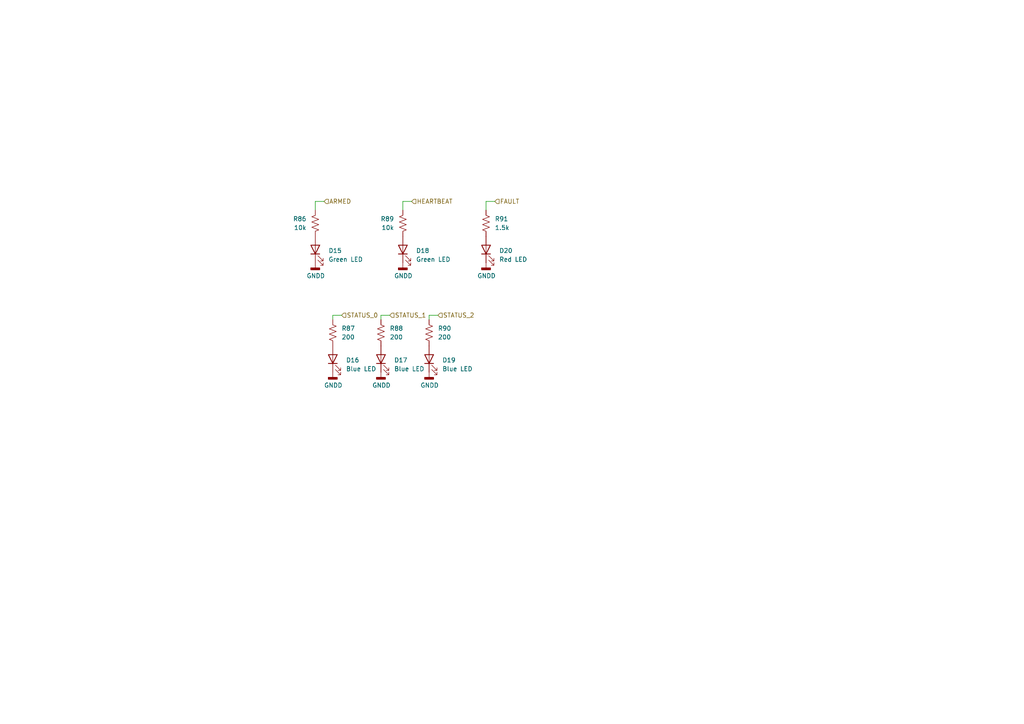
<source format=kicad_sch>
(kicad_sch (version 20211123) (generator eeschema)
  (paper "A4")
  (lib_symbols
    (symbol "Device:LED" (pin_numbers hide) (pin_names (offset 1.016) hide)
      (property "Reference" "D" (at 0 2.54 0))
      (property "Value" "LED" (at 0 -2.54 0))
      (symbol "LED_0_1"
        (polyline (pts (xy -1.27 -1.27) (xy -1.27 1.27)) (stroke (width 0.254)))
        (polyline (pts (xy -1.27 0) (xy 1.27 0)))
        (polyline (pts (xy 1.27 -1.27) (xy 1.27 1.27) (xy -1.27 0) (xy 1.27 -1.27)) (stroke (width 0.254)))
        (polyline (pts (xy -3.048 -0.762) (xy -4.572 -2.286) (xy -3.81 -2.286) (xy -4.572 -2.286) (xy -4.572 -1.524)))
        (polyline (pts (xy -1.778 -0.762) (xy -3.302 -2.286) (xy -2.54 -2.286) (xy -3.302 -2.286) (xy -3.302 -1.524)))
      )
      (symbol "LED_1_1"
        (pin passive line (at -3.81 0 0) (length 2.54) (name "K") (number "1"))
        (pin passive line (at 3.81 0 180) (length 2.54) (name "A") (number "2"))
      )
    )
    (symbol "Device:R_US" (pin_numbers hide) (pin_names (offset 0))
      (property "Reference" "R" (at 2.54 0 90))
      (property "Value" "R_US" (at -2.54 0 90))
      (symbol "R_US_0_1"
        (polyline (pts (xy 0 -2.286) (xy 0 -2.54)))
        (polyline (pts (xy 0 2.286) (xy 0 2.54)))
        (polyline (pts (xy 0 -0.762) (xy 1.016 -1.143) (xy 0 -1.524) (xy -1.016 -1.905) (xy 0 -2.286)))
        (polyline (pts (xy 0 0.762) (xy 1.016 0.381) (xy 0 0) (xy -1.016 -0.381) (xy 0 -0.762)))
        (polyline (pts (xy 0 2.286) (xy 1.016 1.905) (xy 0 1.524) (xy -1.016 1.143) (xy 0 0.762)))
      )
      (symbol "R_US_1_1"
        (pin passive line (at 0 3.81 270) (length 1.27) (name "~") (number "1"))
        (pin passive line (at 0 -3.81 90) (length 1.27) (name "~") (number "2"))
      )
    )
    (symbol "power:GNDD" (power) (pin_names (offset 0))
      (property "Value" "GNDD" (at 0 -3.175 0))
      (symbol "GNDD_0_1"
        (rectangle (start -1.27 -1.524) (end 1.27 -2.032) (stroke (width 0.254)) (fill (type outline)))
        (polyline (pts (xy 0 0) (xy 0 -1.524)))
      )
      (symbol "GNDD_1_1"
        (pin power_in line (at 0 0 270) (length 0) hide (name "GNDD") (number "1"))
      )
    )
  )
  (wire (pts (xy 116.84 58.42) (xy 116.84 60.96)))
  (wire (pts (xy 99.06 91.44) (xy 96.52 91.44)))
  (wire (pts (xy 119.38 58.42) (xy 116.84 58.42)))
  (wire (pts (xy 143.51 58.42) (xy 140.97 58.42)))
  (wire (pts (xy 140.97 58.42) (xy 140.97 60.96)))
  (wire (pts (xy 124.46 91.44) (xy 124.46 92.71)))
  (wire (pts (xy 110.49 91.44) (xy 110.49 92.71)))
  (wire (pts (xy 127 91.44) (xy 124.46 91.44)))
  (wire (pts (xy 91.44 58.42) (xy 91.44 60.96)))
  (wire (pts (xy 96.52 91.44) (xy 96.52 92.71)))
  (wire (pts (xy 113.03 91.44) (xy 110.49 91.44)))
  (wire (pts (xy 93.98 58.42) (xy 91.44 58.42)))
  (hierarchical_label "STATUS_0" (shape input) (at 99.06 91.44 0))
  (hierarchical_label "STATUS_2" (shape input) (at 127 91.44 0))
  (hierarchical_label "ARMED" (shape input) (at 93.98 58.42 0))
  (hierarchical_label "HEARTBEAT" (shape input) (at 119.38 58.42 0))
  (hierarchical_label "FAULT" (shape input) (at 143.51 58.42 0))
  (hierarchical_label "STATUS_1" (shape input) (at 113.03 91.44 0))
  (symbol (lib_id "Device:LED") (at 96.52 104.14 90) (unit 1)
    (property "Reference" "D16" (at 100.33 104.4574 90) (effects (justify right)))
    (property "Value" "Blue LED" (at 100.33 106.9974 90) (effects (justify right)))
    (property "Footprint" "Diode_SMD:D_0603_1608Metric" (effects hide))
    (property "JLCPCB" "C72041" (effects hide))
  )
  (symbol (lib_id "Device:R_US") (at 110.49 96.52 0) (unit 1)
    (property "Reference" "R88" (at 113.03 95.2499 0) (effects (justify left)))
    (property "Value" "200" (at 113.03 97.7899 0) (effects (justify left)))
    (property "Footprint" "Resistor_SMD:R_0402_1005Metric" (effects hide))
    (property "JLCPCB" "C25087" (effects hide))
  )
  (symbol (lib_id "Device:R_US") (at 96.52 96.52 0) (unit 1)
    (property "Reference" "R87" (at 99.06 95.2499 0) (effects (justify left)))
    (property "Value" "200" (at 99.06 97.7899 0) (effects (justify left)))
    (property "Footprint" "Resistor_SMD:R_0402_1005Metric" (effects hide))
    (property "JLCPCB" "C25087" (effects hide))
  )
  (symbol (lib_id "power:GNDD") (at 110.49 107.95 0) (unit 1)
    (property "Reference" "#PWR0135" (effects hide))
    (property "Value" "GNDD" (at 107.95 111.76 0) (effects (justify left)))
  )
  (symbol (lib_id "Device:LED") (at 110.49 104.14 90) (unit 1)
    (property "Reference" "D17" (at 114.3 104.4574 90) (effects (justify right)))
    (property "Value" "Blue LED" (at 114.3 106.9974 90) (effects (justify right)))
    (property "Footprint" "Diode_SMD:D_0603_1608Metric" (effects hide))
    (property "JLCPCB" "C72041" (effects hide))
  )
  (symbol (lib_id "Device:R_US") (at 124.46 96.52 0) (unit 1)
    (property "Reference" "R90" (at 127 95.2499 0) (effects (justify left)))
    (property "Value" "200" (at 127 97.7899 0) (effects (justify left)))
    (property "Footprint" "Resistor_SMD:R_0402_1005Metric" (effects hide))
    (property "JLCPCB" "C25087" (effects hide))
  )
  (symbol (lib_id "Device:LED") (at 91.44 72.39 90) (unit 1)
    (property "Reference" "D15" (at 95.25 72.7074 90) (effects (justify right)))
    (property "Value" "Green LED" (at 95.25 75.2474 90) (effects (justify right)))
    (property "Footprint" "Diode_SMD:D_0603_1608Metric" (effects hide))
    (property "JLCPCB" "C72043" (effects hide))
  )
  (symbol (lib_id "power:GNDD") (at 116.84 76.2 0) (unit 1)
    (property "Reference" "#PWR0136" (effects hide))
    (property "Value" "GNDD" (at 114.3 80.01 0) (effects (justify left)))
  )
  (symbol (lib_id "Device:LED") (at 140.97 72.39 90) (unit 1)
    (property "Reference" "D20" (at 144.78 72.7074 90) (effects (justify right)))
    (property "Value" "Red LED" (at 144.78 75.2474 90) (effects (justify right)))
    (property "Footprint" "Diode_SMD:D_0603_1608Metric" (effects hide))
    (property "JLCPCB" "C2286" (effects hide))
  )
  (symbol (lib_id "power:GNDD") (at 96.52 107.95 0) (unit 1)
    (property "Reference" "#PWR0134" (effects hide))
    (property "Value" "GNDD" (at 93.98 111.76 0) (effects (justify left)))
  )
  (symbol (lib_id "Device:R_US") (at 116.84 64.77 0) (mirror x) (unit 1)
    (property "Reference" "R89" (at 114.3 63.4999 0) (effects (justify right)))
    (property "Value" "10k" (at 114.3 66.0399 0) (effects (justify right)))
    (property "Footprint" "Resistor_SMD:R_0402_1005Metric" (effects hide))
    (property "JLCPCB" "C25744" (effects hide))
  )
  (symbol (lib_id "Device:R_US") (at 140.97 64.77 0) (unit 1)
    (property "Reference" "R91" (at 143.51 63.4999 0) (effects (justify left)))
    (property "Value" "1.5k" (at 143.51 66.0399 0) (effects (justify left)))
    (property "Footprint" "Resistor_SMD:R_0402_1005Metric" (effects hide))
    (property "JLCPCB" "C25867" (effects hide))
  )
  (symbol (lib_id "power:GNDD") (at 91.44 76.2 0) (unit 1)
    (property "Reference" "#PWR0133" (effects hide))
    (property "Value" "GNDD" (at 88.9 80.01 0) (effects (justify left)))
  )
  (symbol (lib_id "Device:LED") (at 116.84 72.39 90) (unit 1)
    (property "Reference" "D18" (at 120.65 72.7074 90) (effects (justify right)))
    (property "Value" "Green LED" (at 120.65 75.2474 90) (effects (justify right)))
    (property "Footprint" "Diode_SMD:D_0603_1608Metric" (effects hide))
    (property "JLCPCB" "C72043" (effects hide))
  )
  (symbol (lib_id "power:GNDD") (at 140.97 76.2 0) (unit 1)
    (property "Reference" "#PWR0138" (effects hide))
    (property "Value" "GNDD" (at 138.43 80.01 0) (effects (justify left)))
  )
  (symbol (lib_id "power:GNDD") (at 124.46 107.95 0) (unit 1)
    (property "Reference" "#PWR0137" (effects hide))
    (property "Value" "GNDD" (at 121.92 111.76 0) (effects (justify left)))
  )
  (symbol (lib_id "Device:R_US") (at 91.44 64.77 0) (mirror x) (unit 1)
    (property "Reference" "R86" (at 88.9 63.4999 0) (effects (justify right)))
    (property "Value" "10k" (at 88.9 66.0399 0) (effects (justify right)))
    (property "Footprint" "Resistor_SMD:R_0402_1005Metric" (effects hide))
    (property "JLCPCB" "C25744" (effects hide))
  )
  (symbol (lib_id "Device:LED") (at 124.46 104.14 90) (unit 1)
    (property "Reference" "D19" (at 128.27 104.4574 90) (effects (justify right)))
    (property "Value" "Blue LED" (at 128.27 106.9974 90) (effects (justify right)))
    (property "Footprint" "Diode_SMD:D_0603_1608Metric" (effects hide))
    (property "JLCPCB" "C72041" (effects hide))
  )
)
</source>
